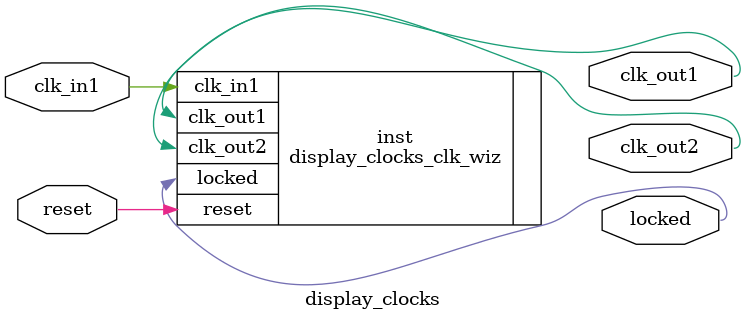
<source format=v>


`timescale 1ps/1ps

(* CORE_GENERATION_INFO = "display_clocks,clk_wiz_v6_0_1_0_0,{component_name=display_clocks,use_phase_alignment=true,use_min_o_jitter=false,use_max_i_jitter=false,use_dyn_phase_shift=false,use_inclk_switchover=false,use_dyn_reconfig=false,enable_axi=0,feedback_source=FDBK_AUTO,PRIMITIVE=PLL,num_out_clk=2,clkin1_period=10.000,clkin2_period=10.000,use_power_down=false,use_reset=true,use_locked=true,use_inclk_stopped=false,feedback_type=SINGLE,CLOCK_MGR_TYPE=NA,manual_override=false}" *)

module display_clocks 
 (
  // Clock out ports
  output        clk_out1,
  output        clk_out2,
  // Status and control signals
  input         reset,
  output        locked,
 // Clock in ports
  input         clk_in1
 );

  display_clocks_clk_wiz inst
  (
  // Clock out ports  
  .clk_out1(clk_out1),
  .clk_out2(clk_out2),
  // Status and control signals               
  .reset(reset), 
  .locked(locked),
 // Clock in ports
  .clk_in1(clk_in1)
  );

endmodule

</source>
